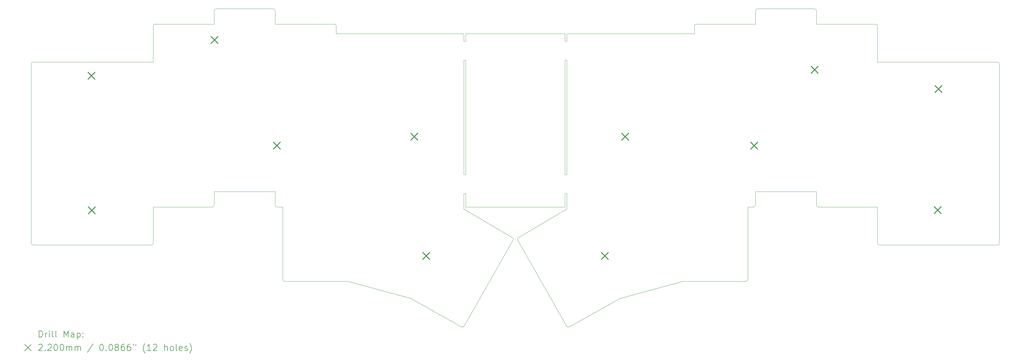
<source format=gbr>
%TF.GenerationSoftware,KiCad,Pcbnew,7.0.2-6a45011f42~172~ubuntu22.04.1*%
%TF.CreationDate,2023-05-03T16:22:16+02:00*%
%TF.ProjectId,bottom,626f7474-6f6d-42e6-9b69-6361645f7063,rev?*%
%TF.SameCoordinates,Original*%
%TF.FileFunction,Drillmap*%
%TF.FilePolarity,Positive*%
%FSLAX45Y45*%
G04 Gerber Fmt 4.5, Leading zero omitted, Abs format (unit mm)*
G04 Created by KiCad (PCBNEW 7.0.2-6a45011f42~172~ubuntu22.04.1) date 2023-05-03 16:22:16*
%MOMM*%
%LPD*%
G01*
G04 APERTURE LIST*
%ADD10C,0.100000*%
%ADD11C,0.200000*%
%ADD12C,0.220000*%
G04 APERTURE END LIST*
D10*
X18727093Y-8283243D02*
X18786625Y-8283243D01*
X21941784Y-17195502D02*
G75*
G03*
X22001315Y-17212938I44656J42122D01*
G01*
X18667562Y-8045118D02*
X14738496Y-8045118D01*
X20411407Y-14432404D02*
G75*
G03*
X20393970Y-14474498I42143J-42116D01*
G01*
X18727093Y-8878556D02*
X18786625Y-8878556D01*
X18727093Y-13045747D02*
X18786624Y-13045747D01*
X18727093Y-8938087D02*
X18727093Y-8878556D01*
X5273019Y-8938088D02*
G75*
G03*
X5213488Y-8997619I11J-59542D01*
G01*
X27894913Y-7271212D02*
G75*
G03*
X27835382Y-7330742I-13J-59518D01*
G01*
X21941783Y-13521997D02*
X20411406Y-14432403D01*
X12833494Y-13402935D02*
G75*
G03*
X12893026Y-13462466I59526J-5D01*
G01*
X10928493Y-7330742D02*
X10928493Y-7747461D01*
X18727093Y-8104649D02*
X18727093Y-8283243D01*
X14738499Y-7806993D02*
G75*
G03*
X14678965Y-7747461I-59529J3D01*
G01*
X25930380Y-8045118D02*
X22001315Y-8045118D01*
X20257471Y-14432403D02*
X18727093Y-13521998D01*
X13071623Y-15724655D02*
G75*
G03*
X13131151Y-15784187I59537J5D01*
G01*
X14678965Y-7747461D02*
X12833495Y-7747462D01*
X21882252Y-12450434D02*
X21882252Y-8878556D01*
X12833489Y-7330742D02*
G75*
G03*
X12773963Y-7271211I-59519J12D01*
G01*
X9083022Y-7747461D02*
G75*
G03*
X9023491Y-7806993I-2J-59529D01*
G01*
X18786624Y-8045118D02*
X18786625Y-8283243D01*
X31645386Y-13462466D02*
X31645385Y-14593561D01*
X10928493Y-7747461D02*
X9083022Y-7747461D01*
X9023491Y-7806993D02*
X9023491Y-8938088D01*
X25573193Y-15784187D02*
X27537725Y-15784187D01*
X9023491Y-13462466D02*
X10868962Y-13462466D01*
X29740384Y-7747461D02*
X29740383Y-7330742D01*
X31645378Y-7806993D02*
G75*
G03*
X31585854Y-7747462I-59518J13D01*
G01*
X27775851Y-13462472D02*
G75*
G03*
X27835382Y-13402935I-31J59562D01*
G01*
X27835382Y-7330742D02*
X27835382Y-7747461D01*
X18786625Y-13462466D02*
X21882252Y-13462466D01*
X10928493Y-12986216D02*
X12833495Y-12986216D01*
X27597257Y-15724655D02*
X27597257Y-13462466D01*
X18727093Y-17195502D02*
X20274907Y-14474498D01*
X21882252Y-8045118D02*
X18786624Y-8045118D01*
X12833495Y-7747462D02*
X12833494Y-7330742D01*
X13071620Y-13462466D02*
X13071620Y-15724655D01*
X18727093Y-12450434D02*
X18727093Y-8938087D01*
X21882252Y-13462466D02*
X21882252Y-13045747D01*
X15095684Y-15784186D02*
X17060217Y-16319969D01*
X18667563Y-17212935D02*
G75*
G03*
X18727093Y-17195502I14877J59555D01*
G01*
X27537725Y-15784187D02*
G75*
G03*
X27597257Y-15724655I5J59527D01*
G01*
X21941783Y-12450434D02*
X21882252Y-12450434D01*
X29680852Y-7271211D02*
X27894913Y-7271211D01*
X9023491Y-8938088D02*
X5273019Y-8938087D01*
X10988024Y-7271203D02*
G75*
G03*
X10928493Y-7330742I6J-59537D01*
G01*
X20393970Y-14474498D02*
X21941783Y-17195502D01*
X12833495Y-12986216D02*
X12833494Y-13402935D01*
X13131151Y-15784187D02*
X15095684Y-15784186D01*
X29799915Y-13462466D02*
X31645386Y-13462466D01*
X29740384Y-13402935D02*
G75*
G03*
X29799915Y-13462466I59546J15D01*
G01*
X5213488Y-8997619D02*
X5213488Y-14593560D01*
X5213488Y-14593560D02*
G75*
G03*
X5273020Y-14653092I59522J-10D01*
G01*
X17060217Y-16319969D02*
X18667562Y-17212938D01*
X14738496Y-8045118D02*
X14738496Y-7806993D01*
X10868962Y-13462463D02*
G75*
G03*
X10928493Y-13402935I8J59523D01*
G01*
X22001315Y-8045123D02*
G75*
G03*
X21941783Y-8104649I5J-59537D01*
G01*
X18727092Y-8104649D02*
G75*
G03*
X18667562Y-8045118I-59522J9D01*
G01*
X31645385Y-8938087D02*
X31645385Y-7806993D01*
X21882252Y-8283243D02*
X21882252Y-8045118D01*
X8963960Y-14653101D02*
G75*
G03*
X9023491Y-14593561I0J59531D01*
G01*
X12893026Y-13462466D02*
X13071620Y-13462466D01*
X9023491Y-14593561D02*
X9023491Y-13462466D01*
X21941784Y-8283243D02*
X21941783Y-8104649D01*
X21941783Y-13045747D02*
X21941783Y-13521997D01*
X12773963Y-7271211D02*
X10988024Y-7271211D01*
X18786624Y-13045747D02*
X18786625Y-13462466D01*
X20274907Y-14474498D02*
G75*
G03*
X20257471Y-14432403I-59487J18D01*
G01*
X21882252Y-13045747D02*
X21941783Y-13045747D01*
X10928493Y-13402935D02*
X10928493Y-12986216D01*
X18786625Y-8878556D02*
X18786625Y-8938087D01*
X27835382Y-12986216D02*
X29740384Y-12986215D01*
X21882252Y-8878556D02*
X21941783Y-8878556D01*
X35395857Y-14653098D02*
G75*
G03*
X35455388Y-14593561I-7J59538D01*
G01*
X21941783Y-8878556D02*
X21941783Y-12450434D01*
X18786625Y-8938087D02*
X18786624Y-12450434D01*
X31645388Y-14593561D02*
G75*
G03*
X31704917Y-14653092I59532J1D01*
G01*
X35455388Y-14593561D02*
X35455388Y-8997618D01*
X18786624Y-12450434D02*
X18727093Y-12450434D01*
X27597257Y-13462466D02*
X27775851Y-13462466D01*
X31704917Y-14653092D02*
X35395857Y-14653092D01*
X25930381Y-7806993D02*
X25930380Y-8045118D01*
X35455393Y-8997618D02*
G75*
G03*
X35395857Y-8938087I-59533J-2D01*
G01*
X27835382Y-7747461D02*
X25989912Y-7747461D01*
X27835382Y-13402935D02*
X27835382Y-12986216D01*
X35395857Y-8938087D02*
X31645385Y-8938087D01*
X31585854Y-7747462D02*
X29740384Y-7747461D01*
X5273020Y-14653092D02*
X8963960Y-14653092D01*
X29740389Y-7330742D02*
G75*
G03*
X29680852Y-7271211I-59539J-8D01*
G01*
X29740384Y-12986215D02*
X29740383Y-13402935D01*
X21882252Y-8283243D02*
X21941784Y-8283243D01*
X23608660Y-16319969D02*
X25573193Y-15784187D01*
X18727093Y-13521998D02*
X18727093Y-13045747D01*
X22001315Y-17212938D02*
X23608660Y-16319969D01*
X25989912Y-7747461D02*
G75*
G03*
X25930381Y-7806993I8J-59539D01*
G01*
D11*
D12*
X6983485Y-9249082D02*
X7203485Y-9469082D01*
X7203485Y-9249082D02*
X6983485Y-9469082D01*
X6990485Y-13460082D02*
X7210485Y-13680082D01*
X7210485Y-13460082D02*
X6990485Y-13680082D01*
X10827485Y-8135082D02*
X11047485Y-8355082D01*
X11047485Y-8135082D02*
X10827485Y-8355082D01*
X12769485Y-11432082D02*
X12989485Y-11652082D01*
X12989485Y-11432082D02*
X12769485Y-11652082D01*
X17064557Y-11156468D02*
X17284557Y-11376468D01*
X17284557Y-11156468D02*
X17064557Y-11376468D01*
X17432485Y-14879082D02*
X17652485Y-15099082D01*
X17652485Y-14879082D02*
X17432485Y-15099082D01*
X23016380Y-14879090D02*
X23236380Y-15099090D01*
X23236380Y-14879090D02*
X23016380Y-15099090D01*
X23647445Y-11154113D02*
X23867445Y-11374113D01*
X23867445Y-11154113D02*
X23647445Y-11374113D01*
X27679379Y-11432089D02*
X27899379Y-11652089D01*
X27899379Y-11432089D02*
X27679379Y-11652089D01*
X29570852Y-9066213D02*
X29790852Y-9286213D01*
X29790852Y-9066213D02*
X29570852Y-9286213D01*
X33415985Y-13445582D02*
X33635985Y-13665582D01*
X33635985Y-13445582D02*
X33415985Y-13665582D01*
X33440387Y-9661526D02*
X33660387Y-9881526D01*
X33660387Y-9661526D02*
X33440387Y-9881526D01*
D11*
X5456107Y-17532291D02*
X5456107Y-17332291D01*
X5456107Y-17332291D02*
X5503726Y-17332291D01*
X5503726Y-17332291D02*
X5532297Y-17341815D01*
X5532297Y-17341815D02*
X5551345Y-17360863D01*
X5551345Y-17360863D02*
X5560869Y-17379910D01*
X5560869Y-17379910D02*
X5570392Y-17418005D01*
X5570392Y-17418005D02*
X5570392Y-17446577D01*
X5570392Y-17446577D02*
X5560869Y-17484672D01*
X5560869Y-17484672D02*
X5551345Y-17503720D01*
X5551345Y-17503720D02*
X5532297Y-17522767D01*
X5532297Y-17522767D02*
X5503726Y-17532291D01*
X5503726Y-17532291D02*
X5456107Y-17532291D01*
X5656107Y-17532291D02*
X5656107Y-17398958D01*
X5656107Y-17437053D02*
X5665630Y-17418005D01*
X5665630Y-17418005D02*
X5675154Y-17408482D01*
X5675154Y-17408482D02*
X5694202Y-17398958D01*
X5694202Y-17398958D02*
X5713250Y-17398958D01*
X5779916Y-17532291D02*
X5779916Y-17398958D01*
X5779916Y-17332291D02*
X5770392Y-17341815D01*
X5770392Y-17341815D02*
X5779916Y-17351339D01*
X5779916Y-17351339D02*
X5789440Y-17341815D01*
X5789440Y-17341815D02*
X5779916Y-17332291D01*
X5779916Y-17332291D02*
X5779916Y-17351339D01*
X5903726Y-17532291D02*
X5884678Y-17522767D01*
X5884678Y-17522767D02*
X5875154Y-17503720D01*
X5875154Y-17503720D02*
X5875154Y-17332291D01*
X6008488Y-17532291D02*
X5989440Y-17522767D01*
X5989440Y-17522767D02*
X5979916Y-17503720D01*
X5979916Y-17503720D02*
X5979916Y-17332291D01*
X6237059Y-17532291D02*
X6237059Y-17332291D01*
X6237059Y-17332291D02*
X6303726Y-17475148D01*
X6303726Y-17475148D02*
X6370392Y-17332291D01*
X6370392Y-17332291D02*
X6370392Y-17532291D01*
X6551345Y-17532291D02*
X6551345Y-17427529D01*
X6551345Y-17427529D02*
X6541821Y-17408482D01*
X6541821Y-17408482D02*
X6522773Y-17398958D01*
X6522773Y-17398958D02*
X6484678Y-17398958D01*
X6484678Y-17398958D02*
X6465630Y-17408482D01*
X6551345Y-17522767D02*
X6532297Y-17532291D01*
X6532297Y-17532291D02*
X6484678Y-17532291D01*
X6484678Y-17532291D02*
X6465630Y-17522767D01*
X6465630Y-17522767D02*
X6456107Y-17503720D01*
X6456107Y-17503720D02*
X6456107Y-17484672D01*
X6456107Y-17484672D02*
X6465630Y-17465625D01*
X6465630Y-17465625D02*
X6484678Y-17456101D01*
X6484678Y-17456101D02*
X6532297Y-17456101D01*
X6532297Y-17456101D02*
X6551345Y-17446577D01*
X6646583Y-17398958D02*
X6646583Y-17598958D01*
X6646583Y-17408482D02*
X6665630Y-17398958D01*
X6665630Y-17398958D02*
X6703726Y-17398958D01*
X6703726Y-17398958D02*
X6722773Y-17408482D01*
X6722773Y-17408482D02*
X6732297Y-17418005D01*
X6732297Y-17418005D02*
X6741821Y-17437053D01*
X6741821Y-17437053D02*
X6741821Y-17494196D01*
X6741821Y-17494196D02*
X6732297Y-17513244D01*
X6732297Y-17513244D02*
X6722773Y-17522767D01*
X6722773Y-17522767D02*
X6703726Y-17532291D01*
X6703726Y-17532291D02*
X6665630Y-17532291D01*
X6665630Y-17532291D02*
X6646583Y-17522767D01*
X6827535Y-17513244D02*
X6837059Y-17522767D01*
X6837059Y-17522767D02*
X6827535Y-17532291D01*
X6827535Y-17532291D02*
X6818011Y-17522767D01*
X6818011Y-17522767D02*
X6827535Y-17513244D01*
X6827535Y-17513244D02*
X6827535Y-17532291D01*
X6827535Y-17408482D02*
X6837059Y-17418005D01*
X6837059Y-17418005D02*
X6827535Y-17427529D01*
X6827535Y-17427529D02*
X6818011Y-17418005D01*
X6818011Y-17418005D02*
X6827535Y-17408482D01*
X6827535Y-17408482D02*
X6827535Y-17427529D01*
X5008488Y-17759767D02*
X5208488Y-17959767D01*
X5208488Y-17759767D02*
X5008488Y-17959767D01*
X5446583Y-17771339D02*
X5456107Y-17761815D01*
X5456107Y-17761815D02*
X5475154Y-17752291D01*
X5475154Y-17752291D02*
X5522773Y-17752291D01*
X5522773Y-17752291D02*
X5541821Y-17761815D01*
X5541821Y-17761815D02*
X5551345Y-17771339D01*
X5551345Y-17771339D02*
X5560869Y-17790386D01*
X5560869Y-17790386D02*
X5560869Y-17809434D01*
X5560869Y-17809434D02*
X5551345Y-17838005D01*
X5551345Y-17838005D02*
X5437059Y-17952291D01*
X5437059Y-17952291D02*
X5560869Y-17952291D01*
X5646583Y-17933244D02*
X5656107Y-17942767D01*
X5656107Y-17942767D02*
X5646583Y-17952291D01*
X5646583Y-17952291D02*
X5637059Y-17942767D01*
X5637059Y-17942767D02*
X5646583Y-17933244D01*
X5646583Y-17933244D02*
X5646583Y-17952291D01*
X5732297Y-17771339D02*
X5741821Y-17761815D01*
X5741821Y-17761815D02*
X5760869Y-17752291D01*
X5760869Y-17752291D02*
X5808488Y-17752291D01*
X5808488Y-17752291D02*
X5827535Y-17761815D01*
X5827535Y-17761815D02*
X5837059Y-17771339D01*
X5837059Y-17771339D02*
X5846583Y-17790386D01*
X5846583Y-17790386D02*
X5846583Y-17809434D01*
X5846583Y-17809434D02*
X5837059Y-17838005D01*
X5837059Y-17838005D02*
X5722773Y-17952291D01*
X5722773Y-17952291D02*
X5846583Y-17952291D01*
X5970392Y-17752291D02*
X5989440Y-17752291D01*
X5989440Y-17752291D02*
X6008488Y-17761815D01*
X6008488Y-17761815D02*
X6018011Y-17771339D01*
X6018011Y-17771339D02*
X6027535Y-17790386D01*
X6027535Y-17790386D02*
X6037059Y-17828482D01*
X6037059Y-17828482D02*
X6037059Y-17876101D01*
X6037059Y-17876101D02*
X6027535Y-17914196D01*
X6027535Y-17914196D02*
X6018011Y-17933244D01*
X6018011Y-17933244D02*
X6008488Y-17942767D01*
X6008488Y-17942767D02*
X5989440Y-17952291D01*
X5989440Y-17952291D02*
X5970392Y-17952291D01*
X5970392Y-17952291D02*
X5951345Y-17942767D01*
X5951345Y-17942767D02*
X5941821Y-17933244D01*
X5941821Y-17933244D02*
X5932297Y-17914196D01*
X5932297Y-17914196D02*
X5922773Y-17876101D01*
X5922773Y-17876101D02*
X5922773Y-17828482D01*
X5922773Y-17828482D02*
X5932297Y-17790386D01*
X5932297Y-17790386D02*
X5941821Y-17771339D01*
X5941821Y-17771339D02*
X5951345Y-17761815D01*
X5951345Y-17761815D02*
X5970392Y-17752291D01*
X6160869Y-17752291D02*
X6179916Y-17752291D01*
X6179916Y-17752291D02*
X6198964Y-17761815D01*
X6198964Y-17761815D02*
X6208488Y-17771339D01*
X6208488Y-17771339D02*
X6218011Y-17790386D01*
X6218011Y-17790386D02*
X6227535Y-17828482D01*
X6227535Y-17828482D02*
X6227535Y-17876101D01*
X6227535Y-17876101D02*
X6218011Y-17914196D01*
X6218011Y-17914196D02*
X6208488Y-17933244D01*
X6208488Y-17933244D02*
X6198964Y-17942767D01*
X6198964Y-17942767D02*
X6179916Y-17952291D01*
X6179916Y-17952291D02*
X6160869Y-17952291D01*
X6160869Y-17952291D02*
X6141821Y-17942767D01*
X6141821Y-17942767D02*
X6132297Y-17933244D01*
X6132297Y-17933244D02*
X6122773Y-17914196D01*
X6122773Y-17914196D02*
X6113250Y-17876101D01*
X6113250Y-17876101D02*
X6113250Y-17828482D01*
X6113250Y-17828482D02*
X6122773Y-17790386D01*
X6122773Y-17790386D02*
X6132297Y-17771339D01*
X6132297Y-17771339D02*
X6141821Y-17761815D01*
X6141821Y-17761815D02*
X6160869Y-17752291D01*
X6313250Y-17952291D02*
X6313250Y-17818958D01*
X6313250Y-17838005D02*
X6322773Y-17828482D01*
X6322773Y-17828482D02*
X6341821Y-17818958D01*
X6341821Y-17818958D02*
X6370392Y-17818958D01*
X6370392Y-17818958D02*
X6389440Y-17828482D01*
X6389440Y-17828482D02*
X6398964Y-17847529D01*
X6398964Y-17847529D02*
X6398964Y-17952291D01*
X6398964Y-17847529D02*
X6408488Y-17828482D01*
X6408488Y-17828482D02*
X6427535Y-17818958D01*
X6427535Y-17818958D02*
X6456107Y-17818958D01*
X6456107Y-17818958D02*
X6475154Y-17828482D01*
X6475154Y-17828482D02*
X6484678Y-17847529D01*
X6484678Y-17847529D02*
X6484678Y-17952291D01*
X6579916Y-17952291D02*
X6579916Y-17818958D01*
X6579916Y-17838005D02*
X6589440Y-17828482D01*
X6589440Y-17828482D02*
X6608488Y-17818958D01*
X6608488Y-17818958D02*
X6637059Y-17818958D01*
X6637059Y-17818958D02*
X6656107Y-17828482D01*
X6656107Y-17828482D02*
X6665631Y-17847529D01*
X6665631Y-17847529D02*
X6665631Y-17952291D01*
X6665631Y-17847529D02*
X6675154Y-17828482D01*
X6675154Y-17828482D02*
X6694202Y-17818958D01*
X6694202Y-17818958D02*
X6722773Y-17818958D01*
X6722773Y-17818958D02*
X6741821Y-17828482D01*
X6741821Y-17828482D02*
X6751345Y-17847529D01*
X6751345Y-17847529D02*
X6751345Y-17952291D01*
X7141821Y-17742767D02*
X6970393Y-17999910D01*
X7398964Y-17752291D02*
X7418012Y-17752291D01*
X7418012Y-17752291D02*
X7437059Y-17761815D01*
X7437059Y-17761815D02*
X7446583Y-17771339D01*
X7446583Y-17771339D02*
X7456107Y-17790386D01*
X7456107Y-17790386D02*
X7465631Y-17828482D01*
X7465631Y-17828482D02*
X7465631Y-17876101D01*
X7465631Y-17876101D02*
X7456107Y-17914196D01*
X7456107Y-17914196D02*
X7446583Y-17933244D01*
X7446583Y-17933244D02*
X7437059Y-17942767D01*
X7437059Y-17942767D02*
X7418012Y-17952291D01*
X7418012Y-17952291D02*
X7398964Y-17952291D01*
X7398964Y-17952291D02*
X7379916Y-17942767D01*
X7379916Y-17942767D02*
X7370393Y-17933244D01*
X7370393Y-17933244D02*
X7360869Y-17914196D01*
X7360869Y-17914196D02*
X7351345Y-17876101D01*
X7351345Y-17876101D02*
X7351345Y-17828482D01*
X7351345Y-17828482D02*
X7360869Y-17790386D01*
X7360869Y-17790386D02*
X7370393Y-17771339D01*
X7370393Y-17771339D02*
X7379916Y-17761815D01*
X7379916Y-17761815D02*
X7398964Y-17752291D01*
X7551345Y-17933244D02*
X7560869Y-17942767D01*
X7560869Y-17942767D02*
X7551345Y-17952291D01*
X7551345Y-17952291D02*
X7541821Y-17942767D01*
X7541821Y-17942767D02*
X7551345Y-17933244D01*
X7551345Y-17933244D02*
X7551345Y-17952291D01*
X7684678Y-17752291D02*
X7703726Y-17752291D01*
X7703726Y-17752291D02*
X7722774Y-17761815D01*
X7722774Y-17761815D02*
X7732297Y-17771339D01*
X7732297Y-17771339D02*
X7741821Y-17790386D01*
X7741821Y-17790386D02*
X7751345Y-17828482D01*
X7751345Y-17828482D02*
X7751345Y-17876101D01*
X7751345Y-17876101D02*
X7741821Y-17914196D01*
X7741821Y-17914196D02*
X7732297Y-17933244D01*
X7732297Y-17933244D02*
X7722774Y-17942767D01*
X7722774Y-17942767D02*
X7703726Y-17952291D01*
X7703726Y-17952291D02*
X7684678Y-17952291D01*
X7684678Y-17952291D02*
X7665631Y-17942767D01*
X7665631Y-17942767D02*
X7656107Y-17933244D01*
X7656107Y-17933244D02*
X7646583Y-17914196D01*
X7646583Y-17914196D02*
X7637059Y-17876101D01*
X7637059Y-17876101D02*
X7637059Y-17828482D01*
X7637059Y-17828482D02*
X7646583Y-17790386D01*
X7646583Y-17790386D02*
X7656107Y-17771339D01*
X7656107Y-17771339D02*
X7665631Y-17761815D01*
X7665631Y-17761815D02*
X7684678Y-17752291D01*
X7865631Y-17838005D02*
X7846583Y-17828482D01*
X7846583Y-17828482D02*
X7837059Y-17818958D01*
X7837059Y-17818958D02*
X7827535Y-17799910D01*
X7827535Y-17799910D02*
X7827535Y-17790386D01*
X7827535Y-17790386D02*
X7837059Y-17771339D01*
X7837059Y-17771339D02*
X7846583Y-17761815D01*
X7846583Y-17761815D02*
X7865631Y-17752291D01*
X7865631Y-17752291D02*
X7903726Y-17752291D01*
X7903726Y-17752291D02*
X7922774Y-17761815D01*
X7922774Y-17761815D02*
X7932297Y-17771339D01*
X7932297Y-17771339D02*
X7941821Y-17790386D01*
X7941821Y-17790386D02*
X7941821Y-17799910D01*
X7941821Y-17799910D02*
X7932297Y-17818958D01*
X7932297Y-17818958D02*
X7922774Y-17828482D01*
X7922774Y-17828482D02*
X7903726Y-17838005D01*
X7903726Y-17838005D02*
X7865631Y-17838005D01*
X7865631Y-17838005D02*
X7846583Y-17847529D01*
X7846583Y-17847529D02*
X7837059Y-17857053D01*
X7837059Y-17857053D02*
X7827535Y-17876101D01*
X7827535Y-17876101D02*
X7827535Y-17914196D01*
X7827535Y-17914196D02*
X7837059Y-17933244D01*
X7837059Y-17933244D02*
X7846583Y-17942767D01*
X7846583Y-17942767D02*
X7865631Y-17952291D01*
X7865631Y-17952291D02*
X7903726Y-17952291D01*
X7903726Y-17952291D02*
X7922774Y-17942767D01*
X7922774Y-17942767D02*
X7932297Y-17933244D01*
X7932297Y-17933244D02*
X7941821Y-17914196D01*
X7941821Y-17914196D02*
X7941821Y-17876101D01*
X7941821Y-17876101D02*
X7932297Y-17857053D01*
X7932297Y-17857053D02*
X7922774Y-17847529D01*
X7922774Y-17847529D02*
X7903726Y-17838005D01*
X8113250Y-17752291D02*
X8075154Y-17752291D01*
X8075154Y-17752291D02*
X8056107Y-17761815D01*
X8056107Y-17761815D02*
X8046583Y-17771339D01*
X8046583Y-17771339D02*
X8027535Y-17799910D01*
X8027535Y-17799910D02*
X8018012Y-17838005D01*
X8018012Y-17838005D02*
X8018012Y-17914196D01*
X8018012Y-17914196D02*
X8027535Y-17933244D01*
X8027535Y-17933244D02*
X8037059Y-17942767D01*
X8037059Y-17942767D02*
X8056107Y-17952291D01*
X8056107Y-17952291D02*
X8094202Y-17952291D01*
X8094202Y-17952291D02*
X8113250Y-17942767D01*
X8113250Y-17942767D02*
X8122774Y-17933244D01*
X8122774Y-17933244D02*
X8132297Y-17914196D01*
X8132297Y-17914196D02*
X8132297Y-17866577D01*
X8132297Y-17866577D02*
X8122774Y-17847529D01*
X8122774Y-17847529D02*
X8113250Y-17838005D01*
X8113250Y-17838005D02*
X8094202Y-17828482D01*
X8094202Y-17828482D02*
X8056107Y-17828482D01*
X8056107Y-17828482D02*
X8037059Y-17838005D01*
X8037059Y-17838005D02*
X8027535Y-17847529D01*
X8027535Y-17847529D02*
X8018012Y-17866577D01*
X8303726Y-17752291D02*
X8265631Y-17752291D01*
X8265631Y-17752291D02*
X8246583Y-17761815D01*
X8246583Y-17761815D02*
X8237059Y-17771339D01*
X8237059Y-17771339D02*
X8218012Y-17799910D01*
X8218012Y-17799910D02*
X8208488Y-17838005D01*
X8208488Y-17838005D02*
X8208488Y-17914196D01*
X8208488Y-17914196D02*
X8218012Y-17933244D01*
X8218012Y-17933244D02*
X8227535Y-17942767D01*
X8227535Y-17942767D02*
X8246583Y-17952291D01*
X8246583Y-17952291D02*
X8284678Y-17952291D01*
X8284678Y-17952291D02*
X8303726Y-17942767D01*
X8303726Y-17942767D02*
X8313250Y-17933244D01*
X8313250Y-17933244D02*
X8322774Y-17914196D01*
X8322774Y-17914196D02*
X8322774Y-17866577D01*
X8322774Y-17866577D02*
X8313250Y-17847529D01*
X8313250Y-17847529D02*
X8303726Y-17838005D01*
X8303726Y-17838005D02*
X8284678Y-17828482D01*
X8284678Y-17828482D02*
X8246583Y-17828482D01*
X8246583Y-17828482D02*
X8227535Y-17838005D01*
X8227535Y-17838005D02*
X8218012Y-17847529D01*
X8218012Y-17847529D02*
X8208488Y-17866577D01*
X8398964Y-17752291D02*
X8398964Y-17790386D01*
X8475155Y-17752291D02*
X8475155Y-17790386D01*
X8770393Y-18028482D02*
X8760869Y-18018958D01*
X8760869Y-18018958D02*
X8741821Y-17990386D01*
X8741821Y-17990386D02*
X8732298Y-17971339D01*
X8732298Y-17971339D02*
X8722774Y-17942767D01*
X8722774Y-17942767D02*
X8713250Y-17895148D01*
X8713250Y-17895148D02*
X8713250Y-17857053D01*
X8713250Y-17857053D02*
X8722774Y-17809434D01*
X8722774Y-17809434D02*
X8732298Y-17780863D01*
X8732298Y-17780863D02*
X8741821Y-17761815D01*
X8741821Y-17761815D02*
X8760869Y-17733244D01*
X8760869Y-17733244D02*
X8770393Y-17723720D01*
X8951345Y-17952291D02*
X8837059Y-17952291D01*
X8894202Y-17952291D02*
X8894202Y-17752291D01*
X8894202Y-17752291D02*
X8875155Y-17780863D01*
X8875155Y-17780863D02*
X8856107Y-17799910D01*
X8856107Y-17799910D02*
X8837059Y-17809434D01*
X9027536Y-17771339D02*
X9037059Y-17761815D01*
X9037059Y-17761815D02*
X9056107Y-17752291D01*
X9056107Y-17752291D02*
X9103726Y-17752291D01*
X9103726Y-17752291D02*
X9122774Y-17761815D01*
X9122774Y-17761815D02*
X9132298Y-17771339D01*
X9132298Y-17771339D02*
X9141821Y-17790386D01*
X9141821Y-17790386D02*
X9141821Y-17809434D01*
X9141821Y-17809434D02*
X9132298Y-17838005D01*
X9132298Y-17838005D02*
X9018012Y-17952291D01*
X9018012Y-17952291D02*
X9141821Y-17952291D01*
X9379917Y-17952291D02*
X9379917Y-17752291D01*
X9465631Y-17952291D02*
X9465631Y-17847529D01*
X9465631Y-17847529D02*
X9456107Y-17828482D01*
X9456107Y-17828482D02*
X9437060Y-17818958D01*
X9437060Y-17818958D02*
X9408488Y-17818958D01*
X9408488Y-17818958D02*
X9389440Y-17828482D01*
X9389440Y-17828482D02*
X9379917Y-17838005D01*
X9589440Y-17952291D02*
X9570393Y-17942767D01*
X9570393Y-17942767D02*
X9560869Y-17933244D01*
X9560869Y-17933244D02*
X9551345Y-17914196D01*
X9551345Y-17914196D02*
X9551345Y-17857053D01*
X9551345Y-17857053D02*
X9560869Y-17838005D01*
X9560869Y-17838005D02*
X9570393Y-17828482D01*
X9570393Y-17828482D02*
X9589440Y-17818958D01*
X9589440Y-17818958D02*
X9618012Y-17818958D01*
X9618012Y-17818958D02*
X9637060Y-17828482D01*
X9637060Y-17828482D02*
X9646583Y-17838005D01*
X9646583Y-17838005D02*
X9656107Y-17857053D01*
X9656107Y-17857053D02*
X9656107Y-17914196D01*
X9656107Y-17914196D02*
X9646583Y-17933244D01*
X9646583Y-17933244D02*
X9637060Y-17942767D01*
X9637060Y-17942767D02*
X9618012Y-17952291D01*
X9618012Y-17952291D02*
X9589440Y-17952291D01*
X9770393Y-17952291D02*
X9751345Y-17942767D01*
X9751345Y-17942767D02*
X9741821Y-17923720D01*
X9741821Y-17923720D02*
X9741821Y-17752291D01*
X9922774Y-17942767D02*
X9903726Y-17952291D01*
X9903726Y-17952291D02*
X9865631Y-17952291D01*
X9865631Y-17952291D02*
X9846583Y-17942767D01*
X9846583Y-17942767D02*
X9837060Y-17923720D01*
X9837060Y-17923720D02*
X9837060Y-17847529D01*
X9837060Y-17847529D02*
X9846583Y-17828482D01*
X9846583Y-17828482D02*
X9865631Y-17818958D01*
X9865631Y-17818958D02*
X9903726Y-17818958D01*
X9903726Y-17818958D02*
X9922774Y-17828482D01*
X9922774Y-17828482D02*
X9932298Y-17847529D01*
X9932298Y-17847529D02*
X9932298Y-17866577D01*
X9932298Y-17866577D02*
X9837060Y-17885625D01*
X10008488Y-17942767D02*
X10027536Y-17952291D01*
X10027536Y-17952291D02*
X10065631Y-17952291D01*
X10065631Y-17952291D02*
X10084679Y-17942767D01*
X10084679Y-17942767D02*
X10094202Y-17923720D01*
X10094202Y-17923720D02*
X10094202Y-17914196D01*
X10094202Y-17914196D02*
X10084679Y-17895148D01*
X10084679Y-17895148D02*
X10065631Y-17885625D01*
X10065631Y-17885625D02*
X10037060Y-17885625D01*
X10037060Y-17885625D02*
X10018012Y-17876101D01*
X10018012Y-17876101D02*
X10008488Y-17857053D01*
X10008488Y-17857053D02*
X10008488Y-17847529D01*
X10008488Y-17847529D02*
X10018012Y-17828482D01*
X10018012Y-17828482D02*
X10037060Y-17818958D01*
X10037060Y-17818958D02*
X10065631Y-17818958D01*
X10065631Y-17818958D02*
X10084679Y-17828482D01*
X10160869Y-18028482D02*
X10170393Y-18018958D01*
X10170393Y-18018958D02*
X10189441Y-17990386D01*
X10189441Y-17990386D02*
X10198964Y-17971339D01*
X10198964Y-17971339D02*
X10208488Y-17942767D01*
X10208488Y-17942767D02*
X10218012Y-17895148D01*
X10218012Y-17895148D02*
X10218012Y-17857053D01*
X10218012Y-17857053D02*
X10208488Y-17809434D01*
X10208488Y-17809434D02*
X10198964Y-17780863D01*
X10198964Y-17780863D02*
X10189441Y-17761815D01*
X10189441Y-17761815D02*
X10170393Y-17733244D01*
X10170393Y-17733244D02*
X10160869Y-17723720D01*
M02*

</source>
